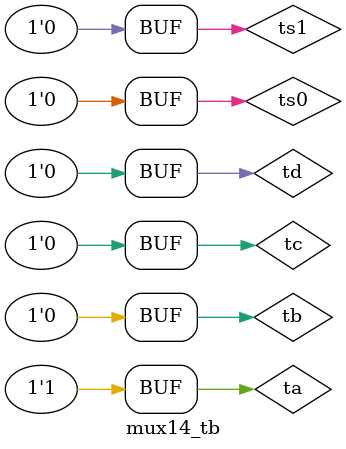
<source format=v>
`timescale 1ns / 1ps


module mux(
    input ps0,ps1,
    input in1,in2,in3,in4,
    output out
    );
    wire[1:0]s1;
    wire[3:0]w;
    not(s1[0],ps0);
    not(s1[1],ps1);
    assign w[0]=in1&s1[0]&s1[1];
    assign w[1]=in2&ps0&s1[1];
    assign w[2]=in3&ps1&s1[0];
    assign w[3]=in4&ps0&ps1;
    assign out=w[0]|w[1]|w[2]|w[3];
endmodule


module mux14_tb;
wire tout;
reg ta, tb, tc, td, ts1, ts0;
mux4 multi4x_inst( .in1(ta), .in2(tb), .in3(tc), .in4(td), .ps0(ts0), .ps1(ts1), .out(tout) );
initial
begin
// p1
ta = 1'b1;
tb = 1'b0;
tc = 1'b1;
td = 1'b1;
ts0 = 1'b0;
ts1 = 1'b1;
#20 //p2
ta = 1'b0;
tb = 1'b1;
tc = 1'b0;
td = 1'b0;
ts0 = 1'b0;
ts1 = 1'b1;
#20 //p3
ta = 1'b0;
tb = 1'b0;
tc = 1'b1;
td = 1'b0;
ts0 = 1'b1;
ts1 = 1'b0;
#20 //p4
ta = 1'b0;
tb = 1'b0;
tc = 1'b0;
td = 1'b1;
ts0 = 1'b1;
ts1 = 1'b1;
#20 //p5
ta = 1'b1;
tb = 1'b0;
tc = 1'b0;
td = 1'b0;
ts0 = 1'b0;
ts1 = 1'b0;

$dumpfile("power_test.vcd");
$dumpvars();

end
endmodule

</source>
